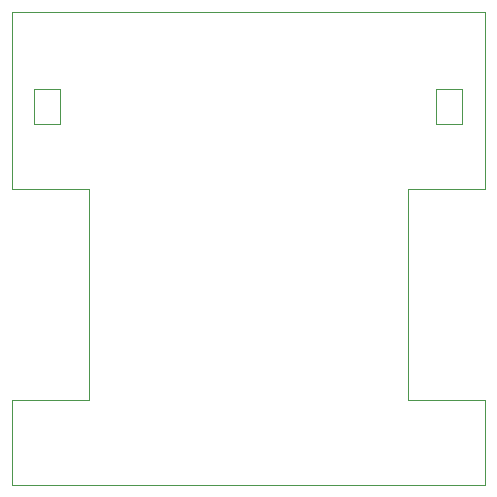
<source format=gbr>
G04 #@! TF.GenerationSoftware,KiCad,Pcbnew,(5.1.4)-1*
G04 #@! TF.CreationDate,2019-10-10T18:21:12+02:00*
G04 #@! TF.ProjectId,Bottom,426f7474-6f6d-42e6-9b69-6361645f7063,rev?*
G04 #@! TF.SameCoordinates,Original*
G04 #@! TF.FileFunction,Profile,NP*
%FSLAX46Y46*%
G04 Gerber Fmt 4.6, Leading zero omitted, Abs format (unit mm)*
G04 Created by KiCad (PCBNEW (5.1.4)-1) date 2019-10-10 18:21:12*
%MOMM*%
%LPD*%
G04 APERTURE LIST*
%ADD10C,0.100000*%
G04 APERTURE END LIST*
D10*
X153000000Y-93000000D02*
X159500000Y-93000000D01*
X159500000Y-110800000D02*
X159500000Y-93000000D01*
X153000000Y-110800000D02*
X159500000Y-110800000D01*
X186500000Y-93000000D02*
X193000000Y-93000000D01*
X186500000Y-110800000D02*
X186500000Y-93000000D01*
X193000000Y-110800000D02*
X186500000Y-110800000D01*
X153000000Y-118000000D02*
X153000000Y-110800000D01*
X193000000Y-118000000D02*
X193000000Y-110800000D01*
X153000000Y-93000000D02*
X153000000Y-78000000D01*
X193000000Y-78000000D02*
X193000000Y-93000000D01*
X193000000Y-118000000D02*
X153000000Y-118000000D01*
X153000000Y-78000000D02*
X193000000Y-78000000D01*
X188900000Y-87500000D02*
X188900000Y-84500000D01*
X191100000Y-87500000D02*
X188900000Y-87500000D01*
X191100000Y-84500000D02*
X191100000Y-87500000D01*
X188900000Y-84500000D02*
X191100000Y-84500000D01*
X154850000Y-87500000D02*
X154850000Y-84500000D01*
X157050000Y-87500000D02*
X154850000Y-87500000D01*
X157050000Y-84500000D02*
X157050000Y-87500000D01*
X154850000Y-84500000D02*
X157050000Y-84500000D01*
M02*

</source>
